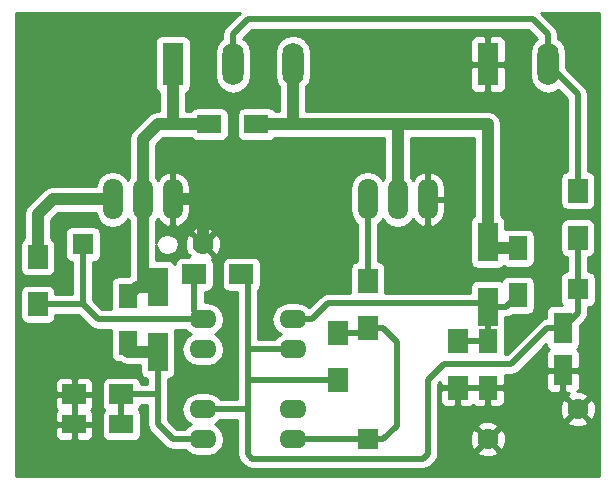
<source format=gbr>
G04 #@! TF.FileFunction,Copper,L2,Bot,Signal*
%FSLAX46Y46*%
G04 Gerber Fmt 4.6, Leading zero omitted, Abs format (unit mm)*
G04 Created by KiCad (PCBNEW 4.0.5+dfsg1-4) date Sun Apr 16 21:16:24 2017*
%MOMM*%
%LPD*%
G01*
G04 APERTURE LIST*
%ADD10C,0.100000*%
%ADD11R,2.000000X1.600000*%
%ADD12C,1.778000*%
%ADD13R,1.778000X1.778000*%
%ADD14R,1.800000X3.600000*%
%ADD15O,1.800000X3.600000*%
%ADD16R,1.600000X2.000000*%
%ADD17R,2.000000X1.700000*%
%ADD18R,1.700000X2.000000*%
%ADD19R,1.600000X2.600000*%
%ADD20O,1.699260X3.500120*%
%ADD21O,2.300000X1.600000*%
%ADD22R,1.699260X3.299460*%
%ADD23C,1.000000*%
%ADD24C,0.500000*%
%ADD25C,0.254000*%
G04 APERTURE END LIST*
D10*
D11*
X163290000Y-45720000D03*
X159290000Y-45720000D03*
D12*
X158750000Y-55880000D03*
D13*
X148590000Y-55880000D03*
D12*
X182880000Y-72390000D03*
D13*
X172720000Y-72390000D03*
D12*
X190500000Y-69850000D03*
D13*
X190500000Y-59690000D03*
D14*
X182880000Y-40640000D03*
D15*
X187960000Y-40640000D03*
D14*
X156210000Y-40640000D03*
D15*
X161290000Y-40640000D03*
X166370000Y-40640000D03*
D16*
X152400000Y-64230000D03*
X152400000Y-60230000D03*
D11*
X151860000Y-71120000D03*
X147860000Y-71120000D03*
D16*
X182880000Y-64040000D03*
X182880000Y-68040000D03*
X185420000Y-60209200D03*
X185420000Y-56209200D03*
D17*
X151860000Y-68580000D03*
X147860000Y-68580000D03*
D18*
X144780000Y-60960000D03*
X144780000Y-56960000D03*
X170180000Y-67405000D03*
X170180000Y-63405000D03*
D17*
X162020000Y-58420000D03*
X158020000Y-58420000D03*
D18*
X180340000Y-64040000D03*
X180340000Y-68040000D03*
X172720000Y-62960000D03*
X172720000Y-58960000D03*
X190500000Y-51340000D03*
X190500000Y-55340000D03*
D19*
X189230000Y-62970000D03*
X189230000Y-66570000D03*
D20*
X153670000Y-52070000D03*
X151130000Y-52070000D03*
X156210000Y-52070000D03*
D21*
X158750000Y-69850000D03*
X158750000Y-72390000D03*
X166370000Y-72390000D03*
X166370000Y-69850000D03*
X166370000Y-64770000D03*
X166370000Y-62230000D03*
X158750000Y-62230000D03*
X158750000Y-64770000D03*
D20*
X175260000Y-52070000D03*
X172720000Y-52070000D03*
X177800000Y-52070000D03*
D22*
X154940000Y-59479180D03*
X154940000Y-64980820D03*
X182880000Y-55669180D03*
X182880000Y-61170820D03*
D23*
X158750000Y-52760370D02*
X158750000Y-55880000D01*
X156210000Y-52070000D02*
X158059630Y-52070000D01*
X158059630Y-52070000D02*
X158750000Y-52760370D01*
D24*
X154940000Y-68580000D02*
X152400000Y-68580000D01*
X152400000Y-68580000D02*
X151860000Y-69120000D01*
X151860000Y-69120000D02*
X151860000Y-71120000D01*
X156210000Y-72390000D02*
X154940000Y-71120000D01*
X158750000Y-72390000D02*
X156210000Y-72390000D01*
X154940000Y-71120000D02*
X154940000Y-68580000D01*
D23*
X152420500Y-64980800D02*
X152400000Y-64960300D01*
X154940000Y-64980800D02*
X152420500Y-64980800D01*
D24*
X154940000Y-64980800D02*
X154940000Y-68580000D01*
D23*
X154940000Y-45720000D02*
X156210000Y-45720000D01*
X156210000Y-45720000D02*
X159290000Y-45720000D01*
X156210000Y-44649700D02*
X156210000Y-45720000D01*
X153670000Y-46990000D02*
X154940000Y-45720000D01*
X153670000Y-52070000D02*
X153670000Y-46990000D01*
X154940000Y-59479180D02*
X153150820Y-59479180D01*
X153150820Y-59479180D02*
X152400000Y-60230000D01*
X153670000Y-52070000D02*
X153670000Y-58960000D01*
X153670000Y-58960000D02*
X154200300Y-58960000D01*
X154719500Y-59479200D02*
X154940000Y-59479200D01*
X154200300Y-58960000D02*
X154719500Y-59479200D01*
X156210000Y-44649700D02*
X156210000Y-40640000D01*
D24*
X182880000Y-64040000D02*
X180340000Y-64040000D01*
X182880000Y-61170820D02*
X182880000Y-64040000D01*
X182880000Y-61170820D02*
X182581977Y-60872797D01*
X168020000Y-62230000D02*
X166370000Y-62230000D01*
X182581977Y-60872797D02*
X169377203Y-60872797D01*
X169377203Y-60872797D02*
X168020000Y-62230000D01*
X182880000Y-61170820D02*
X184458380Y-61170820D01*
X184458380Y-61170820D02*
X185420000Y-60209200D01*
D23*
X163290000Y-45720000D02*
X166370000Y-45720000D01*
X166370000Y-45720000D02*
X175260000Y-45720000D01*
X166370000Y-40640000D02*
X166370000Y-45720000D01*
X175260000Y-52070000D02*
X175260000Y-45720000D01*
X182880000Y-45720000D02*
X182880000Y-50800000D01*
X175260000Y-45720000D02*
X182880000Y-45720000D01*
X182880000Y-50800000D02*
X182880000Y-55669180D01*
X185420000Y-56209200D02*
X183420020Y-56209200D01*
X183420020Y-56209200D02*
X182880000Y-55669180D01*
D24*
X170180000Y-67405000D02*
X162560000Y-67405000D01*
X162560000Y-67405000D02*
X162560000Y-67310000D01*
X177800000Y-73660000D02*
X177430999Y-74029001D01*
X177430999Y-74029001D02*
X162929001Y-74029001D01*
X177800000Y-67379998D02*
X177800000Y-73660000D01*
X184860000Y-66040000D02*
X179139998Y-66040000D01*
X179139998Y-66040000D02*
X177800000Y-67379998D01*
X189230000Y-62970000D02*
X187930000Y-62970000D01*
X187930000Y-62970000D02*
X184860000Y-66040000D01*
X162560000Y-69850000D02*
X162560000Y-73660000D01*
X162560000Y-73660000D02*
X162929001Y-74029001D01*
X162560000Y-69850000D02*
X162560000Y-67310000D01*
X162560000Y-67310000D02*
X162560000Y-64770000D01*
X162655000Y-67405000D02*
X162560000Y-67310000D01*
X162560000Y-64770000D02*
X162560000Y-58960000D01*
X162560000Y-58960000D02*
X162020000Y-58420000D01*
X158750000Y-69850000D02*
X162560000Y-69850000D01*
X162560000Y-64770000D02*
X166370000Y-64770000D01*
X190500000Y-59690000D02*
X190500000Y-61700000D01*
X190500000Y-61700000D02*
X189230000Y-62970000D01*
X190500000Y-55340000D02*
X190500000Y-59690000D01*
X158020000Y-58420000D02*
X158020000Y-61500000D01*
X158020000Y-61500000D02*
X158750000Y-62230000D01*
X148590000Y-60960000D02*
X149860000Y-62230000D01*
X158750000Y-62230000D02*
X149860000Y-62230000D01*
X148590000Y-58420000D02*
X148590000Y-55880000D01*
X148590000Y-58420000D02*
X148590000Y-60960000D01*
X144780000Y-60960000D02*
X148590000Y-60960000D01*
X170180000Y-63405000D02*
X172275000Y-63405000D01*
X172275000Y-63405000D02*
X172720000Y-62960000D01*
X166370000Y-72390000D02*
X174045000Y-72390000D01*
X174045000Y-72390000D02*
X175170302Y-71264698D01*
X173990000Y-62960000D02*
X172720000Y-62960000D01*
X175170302Y-71264698D02*
X175170302Y-64140302D01*
X175170302Y-64140302D02*
X173990000Y-62960000D01*
X172720000Y-72390000D02*
X166370000Y-72390000D01*
X161290000Y-40640000D02*
X161290000Y-38100000D01*
X187960000Y-38100000D02*
X187960000Y-40640000D01*
X186690000Y-36830000D02*
X187960000Y-38100000D01*
X162560000Y-36830000D02*
X186690000Y-36830000D01*
X161290000Y-38100000D02*
X162560000Y-36830000D01*
X187960000Y-40640000D02*
X190500000Y-43180000D01*
X190500000Y-43180000D02*
X190500000Y-51340000D01*
D23*
X151130000Y-52070000D02*
X146050000Y-52070000D01*
X146050000Y-52070000D02*
X144780000Y-53340000D01*
X144780000Y-53340000D02*
X144780000Y-56960000D01*
D24*
X172720000Y-52070000D02*
X172720000Y-54610000D01*
X172720000Y-58960000D02*
X172720000Y-54610000D01*
D25*
G36*
X160664210Y-37474210D02*
X160472367Y-37761325D01*
X160472367Y-37761326D01*
X160404999Y-38100000D01*
X160405000Y-38100005D01*
X160405000Y-38472978D01*
X160204591Y-38606887D01*
X159871845Y-39104877D01*
X159755000Y-39692296D01*
X159755000Y-41587704D01*
X159871845Y-42175123D01*
X160204591Y-42673113D01*
X160702581Y-43005859D01*
X161290000Y-43122704D01*
X161877419Y-43005859D01*
X162375409Y-42673113D01*
X162708155Y-42175123D01*
X162825000Y-41587704D01*
X162825000Y-39692296D01*
X162708155Y-39104877D01*
X162375409Y-38606887D01*
X162175000Y-38472978D01*
X162175000Y-38466580D01*
X162926579Y-37715000D01*
X186323420Y-37715000D01*
X187075000Y-38466579D01*
X187075000Y-38472978D01*
X186874591Y-38606887D01*
X186541845Y-39104877D01*
X186425000Y-39692296D01*
X186425000Y-41587704D01*
X186541845Y-42175123D01*
X186874591Y-42673113D01*
X187372581Y-43005859D01*
X187960000Y-43122704D01*
X188547419Y-43005859D01*
X188863249Y-42794828D01*
X189615000Y-43546579D01*
X189615000Y-49699146D01*
X189414683Y-49736838D01*
X189198559Y-49875910D01*
X189053569Y-50088110D01*
X189002560Y-50340000D01*
X189002560Y-52340000D01*
X189046838Y-52575317D01*
X189185910Y-52791441D01*
X189398110Y-52936431D01*
X189650000Y-52987440D01*
X191350000Y-52987440D01*
X191585317Y-52943162D01*
X191801441Y-52804090D01*
X191946431Y-52591890D01*
X191997440Y-52340000D01*
X191997440Y-50340000D01*
X191953162Y-50104683D01*
X191814090Y-49888559D01*
X191601890Y-49743569D01*
X191385000Y-49699648D01*
X191385000Y-43180000D01*
X191317633Y-42841325D01*
X191125790Y-42554210D01*
X191125787Y-42554208D01*
X189495000Y-40923420D01*
X189495000Y-39692296D01*
X189378155Y-39104877D01*
X189045409Y-38606887D01*
X188845000Y-38472978D01*
X188845000Y-38100005D01*
X188845001Y-38100000D01*
X188777633Y-37761325D01*
X188746680Y-37715000D01*
X188585790Y-37474210D01*
X188585787Y-37474208D01*
X187381580Y-36270000D01*
X192330000Y-36270000D01*
X192330000Y-75490000D01*
X142950000Y-75490000D01*
X142950000Y-71405750D01*
X146225000Y-71405750D01*
X146225000Y-72046310D01*
X146321673Y-72279699D01*
X146500302Y-72458327D01*
X146733691Y-72555000D01*
X147574250Y-72555000D01*
X147733000Y-72396250D01*
X147733000Y-71247000D01*
X147987000Y-71247000D01*
X147987000Y-72396250D01*
X148145750Y-72555000D01*
X148986309Y-72555000D01*
X149219698Y-72458327D01*
X149398327Y-72279699D01*
X149495000Y-72046310D01*
X149495000Y-71405750D01*
X149336250Y-71247000D01*
X147987000Y-71247000D01*
X147733000Y-71247000D01*
X146383750Y-71247000D01*
X146225000Y-71405750D01*
X142950000Y-71405750D01*
X142950000Y-68865750D01*
X146225000Y-68865750D01*
X146225000Y-69556310D01*
X146321673Y-69789699D01*
X146406974Y-69875000D01*
X146321673Y-69960301D01*
X146225000Y-70193690D01*
X146225000Y-70834250D01*
X146383750Y-70993000D01*
X147733000Y-70993000D01*
X147733000Y-68707000D01*
X147987000Y-68707000D01*
X147987000Y-70993000D01*
X149336250Y-70993000D01*
X149495000Y-70834250D01*
X149495000Y-70193690D01*
X149398327Y-69960301D01*
X149313026Y-69875000D01*
X149398327Y-69789699D01*
X149495000Y-69556310D01*
X149495000Y-68865750D01*
X149336250Y-68707000D01*
X147987000Y-68707000D01*
X147733000Y-68707000D01*
X146383750Y-68707000D01*
X146225000Y-68865750D01*
X142950000Y-68865750D01*
X142950000Y-67603690D01*
X146225000Y-67603690D01*
X146225000Y-68294250D01*
X146383750Y-68453000D01*
X147733000Y-68453000D01*
X147733000Y-67253750D01*
X147987000Y-67253750D01*
X147987000Y-68453000D01*
X149336250Y-68453000D01*
X149495000Y-68294250D01*
X149495000Y-67603690D01*
X149398327Y-67370301D01*
X149219698Y-67191673D01*
X148986309Y-67095000D01*
X148145750Y-67095000D01*
X147987000Y-67253750D01*
X147733000Y-67253750D01*
X147574250Y-67095000D01*
X146733691Y-67095000D01*
X146500302Y-67191673D01*
X146321673Y-67370301D01*
X146225000Y-67603690D01*
X142950000Y-67603690D01*
X142950000Y-55960000D01*
X143282560Y-55960000D01*
X143282560Y-57960000D01*
X143326838Y-58195317D01*
X143465910Y-58411441D01*
X143678110Y-58556431D01*
X143930000Y-58607440D01*
X145630000Y-58607440D01*
X145865317Y-58563162D01*
X146081441Y-58424090D01*
X146226431Y-58211890D01*
X146277440Y-57960000D01*
X146277440Y-55960000D01*
X146233162Y-55724683D01*
X146094090Y-55508559D01*
X145915000Y-55386192D01*
X145915000Y-53810132D01*
X146520132Y-53205000D01*
X149682735Y-53205000D01*
X149758381Y-53585299D01*
X150080208Y-54066948D01*
X150561857Y-54388775D01*
X151130000Y-54501786D01*
X151698143Y-54388775D01*
X152179792Y-54066948D01*
X152400000Y-53737383D01*
X152535000Y-53939425D01*
X152535000Y-58551834D01*
X152489016Y-58582560D01*
X151600000Y-58582560D01*
X151364683Y-58626838D01*
X151148559Y-58765910D01*
X151003569Y-58978110D01*
X150952560Y-59230000D01*
X150952560Y-61230000D01*
X150974199Y-61345000D01*
X150226579Y-61345000D01*
X149475000Y-60593420D01*
X149475000Y-57416440D01*
X149479000Y-57416440D01*
X149714317Y-57372162D01*
X149930441Y-57233090D01*
X150075431Y-57020890D01*
X150126440Y-56769000D01*
X150126440Y-54991000D01*
X150082162Y-54755683D01*
X149943090Y-54539559D01*
X149730890Y-54394569D01*
X149479000Y-54343560D01*
X147701000Y-54343560D01*
X147465683Y-54387838D01*
X147249559Y-54526910D01*
X147104569Y-54739110D01*
X147053560Y-54991000D01*
X147053560Y-56769000D01*
X147097838Y-57004317D01*
X147236910Y-57220441D01*
X147449110Y-57365431D01*
X147701000Y-57416440D01*
X147705000Y-57416440D01*
X147705000Y-60075000D01*
X146277440Y-60075000D01*
X146277440Y-59960000D01*
X146233162Y-59724683D01*
X146094090Y-59508559D01*
X145881890Y-59363569D01*
X145630000Y-59312560D01*
X143930000Y-59312560D01*
X143694683Y-59356838D01*
X143478559Y-59495910D01*
X143333569Y-59708110D01*
X143282560Y-59960000D01*
X143282560Y-61960000D01*
X143326838Y-62195317D01*
X143465910Y-62411441D01*
X143678110Y-62556431D01*
X143930000Y-62607440D01*
X145630000Y-62607440D01*
X145865317Y-62563162D01*
X146081441Y-62424090D01*
X146226431Y-62211890D01*
X146277440Y-61960000D01*
X146277440Y-61845000D01*
X148223420Y-61845000D01*
X149234208Y-62855787D01*
X149234210Y-62855790D01*
X149509901Y-63040000D01*
X149521325Y-63047633D01*
X149860000Y-63115001D01*
X149860005Y-63115000D01*
X150975848Y-63115000D01*
X150952560Y-63230000D01*
X150952560Y-65230000D01*
X150996838Y-65465317D01*
X151135910Y-65681441D01*
X151348110Y-65826431D01*
X151600000Y-65877440D01*
X151758726Y-65877440D01*
X151986154Y-66029403D01*
X152420500Y-66115800D01*
X153442930Y-66115800D01*
X153442930Y-66630550D01*
X153487208Y-66865867D01*
X153626280Y-67081991D01*
X153838480Y-67226981D01*
X154055000Y-67270827D01*
X154055000Y-67695000D01*
X153500854Y-67695000D01*
X153463162Y-67494683D01*
X153324090Y-67278559D01*
X153111890Y-67133569D01*
X152860000Y-67082560D01*
X150860000Y-67082560D01*
X150624683Y-67126838D01*
X150408559Y-67265910D01*
X150263569Y-67478110D01*
X150212560Y-67730000D01*
X150212560Y-69430000D01*
X150256838Y-69665317D01*
X150393584Y-69877826D01*
X150263569Y-70068110D01*
X150212560Y-70320000D01*
X150212560Y-71920000D01*
X150256838Y-72155317D01*
X150395910Y-72371441D01*
X150608110Y-72516431D01*
X150860000Y-72567440D01*
X152860000Y-72567440D01*
X153095317Y-72523162D01*
X153311441Y-72384090D01*
X153456431Y-72171890D01*
X153507440Y-71920000D01*
X153507440Y-70320000D01*
X153463162Y-70084683D01*
X153326416Y-69872174D01*
X153456431Y-69681890D01*
X153500352Y-69465000D01*
X154055000Y-69465000D01*
X154055000Y-71119995D01*
X154054999Y-71120000D01*
X154094346Y-71317804D01*
X154122367Y-71458675D01*
X154205082Y-71582467D01*
X154314210Y-71745790D01*
X155584208Y-73015787D01*
X155584210Y-73015790D01*
X155856209Y-73197533D01*
X155871325Y-73207633D01*
X156210000Y-73275001D01*
X156210005Y-73275000D01*
X157263670Y-73275000D01*
X157350332Y-73404698D01*
X157815879Y-73715767D01*
X158365030Y-73825000D01*
X159134970Y-73825000D01*
X159684121Y-73715767D01*
X160149668Y-73404698D01*
X160460737Y-72939151D01*
X160569970Y-72390000D01*
X160460737Y-71840849D01*
X160149668Y-71375302D01*
X159767582Y-71120000D01*
X160149668Y-70864698D01*
X160236330Y-70735000D01*
X161675000Y-70735000D01*
X161675000Y-73659995D01*
X161674999Y-73660000D01*
X161717852Y-73875431D01*
X161742367Y-73998675D01*
X161934210Y-74285790D01*
X162303209Y-74654788D01*
X162303211Y-74654791D01*
X162590326Y-74846634D01*
X162929001Y-74914002D01*
X162929006Y-74914001D01*
X177430994Y-74914001D01*
X177430999Y-74914002D01*
X177713483Y-74857811D01*
X177769674Y-74846634D01*
X178056789Y-74654791D01*
X178056790Y-74654790D01*
X178425787Y-74285792D01*
X178425790Y-74285790D01*
X178617633Y-73998675D01*
X178632002Y-73926440D01*
X178685001Y-73660000D01*
X178685000Y-73659995D01*
X178685000Y-73462196D01*
X181987409Y-73462196D01*
X182072467Y-73717539D01*
X182641965Y-73925516D01*
X183247700Y-73899723D01*
X183687533Y-73717539D01*
X183772591Y-73462196D01*
X182880000Y-72569605D01*
X181987409Y-73462196D01*
X178685000Y-73462196D01*
X178685000Y-72151965D01*
X181344484Y-72151965D01*
X181370277Y-72757700D01*
X181552461Y-73197533D01*
X181807804Y-73282591D01*
X182700395Y-72390000D01*
X183059605Y-72390000D01*
X183952196Y-73282591D01*
X184207539Y-73197533D01*
X184415516Y-72628035D01*
X184389723Y-72022300D01*
X184207539Y-71582467D01*
X183952196Y-71497409D01*
X183059605Y-72390000D01*
X182700395Y-72390000D01*
X181807804Y-71497409D01*
X181552461Y-71582467D01*
X181344484Y-72151965D01*
X178685000Y-72151965D01*
X178685000Y-71317804D01*
X181987409Y-71317804D01*
X182880000Y-72210395D01*
X183772591Y-71317804D01*
X183687533Y-71062461D01*
X183303450Y-70922196D01*
X189607409Y-70922196D01*
X189692467Y-71177539D01*
X190261965Y-71385516D01*
X190867700Y-71359723D01*
X191307533Y-71177539D01*
X191392591Y-70922196D01*
X190500000Y-70029605D01*
X189607409Y-70922196D01*
X183303450Y-70922196D01*
X183118035Y-70854484D01*
X182512300Y-70880277D01*
X182072467Y-71062461D01*
X181987409Y-71317804D01*
X178685000Y-71317804D01*
X178685000Y-68325750D01*
X178855000Y-68325750D01*
X178855000Y-69166309D01*
X178951673Y-69399698D01*
X179130301Y-69578327D01*
X179363690Y-69675000D01*
X180054250Y-69675000D01*
X180213000Y-69516250D01*
X180213000Y-68167000D01*
X180467000Y-68167000D01*
X180467000Y-69516250D01*
X180625750Y-69675000D01*
X181316310Y-69675000D01*
X181549699Y-69578327D01*
X181635000Y-69493026D01*
X181720301Y-69578327D01*
X181953690Y-69675000D01*
X182594250Y-69675000D01*
X182753000Y-69516250D01*
X182753000Y-68167000D01*
X183007000Y-68167000D01*
X183007000Y-69516250D01*
X183165750Y-69675000D01*
X183806310Y-69675000D01*
X183958489Y-69611965D01*
X188964484Y-69611965D01*
X188990277Y-70217700D01*
X189172461Y-70657533D01*
X189427804Y-70742591D01*
X190320395Y-69850000D01*
X190679605Y-69850000D01*
X191572196Y-70742591D01*
X191827539Y-70657533D01*
X192035516Y-70088035D01*
X192009723Y-69482300D01*
X191827539Y-69042467D01*
X191572196Y-68957409D01*
X190679605Y-69850000D01*
X190320395Y-69850000D01*
X189427804Y-68957409D01*
X189172461Y-69042467D01*
X188964484Y-69611965D01*
X183958489Y-69611965D01*
X184039699Y-69578327D01*
X184218327Y-69399698D01*
X184315000Y-69166309D01*
X184315000Y-68325750D01*
X184156250Y-68167000D01*
X183007000Y-68167000D01*
X182753000Y-68167000D01*
X180467000Y-68167000D01*
X180213000Y-68167000D01*
X179013750Y-68167000D01*
X178855000Y-68325750D01*
X178685000Y-68325750D01*
X178685000Y-67746578D01*
X178855000Y-67576578D01*
X178855000Y-67754250D01*
X179013750Y-67913000D01*
X180213000Y-67913000D01*
X180213000Y-67893000D01*
X180467000Y-67893000D01*
X180467000Y-67913000D01*
X182753000Y-67913000D01*
X182753000Y-67893000D01*
X183007000Y-67893000D01*
X183007000Y-67913000D01*
X184156250Y-67913000D01*
X184315000Y-67754250D01*
X184315000Y-66925000D01*
X184859995Y-66925000D01*
X184860000Y-66925001D01*
X185157280Y-66865867D01*
X185198675Y-66857633D01*
X185201493Y-66855750D01*
X187795000Y-66855750D01*
X187795000Y-67996309D01*
X187891673Y-68229698D01*
X188070301Y-68408327D01*
X188303690Y-68505000D01*
X188944250Y-68505000D01*
X189103000Y-68346250D01*
X189103000Y-66697000D01*
X189357000Y-66697000D01*
X189357000Y-68346250D01*
X189515750Y-68505000D01*
X189734622Y-68505000D01*
X189692467Y-68522461D01*
X189607409Y-68777804D01*
X190500000Y-69670395D01*
X191392591Y-68777804D01*
X191307533Y-68522461D01*
X190738035Y-68314484D01*
X190472223Y-68325803D01*
X190568327Y-68229698D01*
X190665000Y-67996309D01*
X190665000Y-66855750D01*
X190506250Y-66697000D01*
X189357000Y-66697000D01*
X189103000Y-66697000D01*
X187953750Y-66697000D01*
X187795000Y-66855750D01*
X185201493Y-66855750D01*
X185485790Y-66665790D01*
X187798241Y-64353338D01*
X187826838Y-64505317D01*
X187965910Y-64721441D01*
X188034006Y-64767969D01*
X187891673Y-64910302D01*
X187795000Y-65143691D01*
X187795000Y-66284250D01*
X187953750Y-66443000D01*
X189103000Y-66443000D01*
X189103000Y-66423000D01*
X189357000Y-66423000D01*
X189357000Y-66443000D01*
X190506250Y-66443000D01*
X190665000Y-66284250D01*
X190665000Y-65143691D01*
X190568327Y-64910302D01*
X190427090Y-64769064D01*
X190481441Y-64734090D01*
X190626431Y-64521890D01*
X190677440Y-64270000D01*
X190677440Y-62774139D01*
X191125787Y-62325792D01*
X191125790Y-62325790D01*
X191317633Y-62038675D01*
X191349705Y-61877440D01*
X191385001Y-61700000D01*
X191385000Y-61699995D01*
X191385000Y-61226440D01*
X191389000Y-61226440D01*
X191624317Y-61182162D01*
X191840441Y-61043090D01*
X191985431Y-60830890D01*
X192036440Y-60579000D01*
X192036440Y-58801000D01*
X191992162Y-58565683D01*
X191853090Y-58349559D01*
X191640890Y-58204569D01*
X191389000Y-58153560D01*
X191385000Y-58153560D01*
X191385000Y-56980854D01*
X191585317Y-56943162D01*
X191801441Y-56804090D01*
X191946431Y-56591890D01*
X191997440Y-56340000D01*
X191997440Y-54340000D01*
X191953162Y-54104683D01*
X191814090Y-53888559D01*
X191601890Y-53743569D01*
X191350000Y-53692560D01*
X189650000Y-53692560D01*
X189414683Y-53736838D01*
X189198559Y-53875910D01*
X189053569Y-54088110D01*
X189002560Y-54340000D01*
X189002560Y-56340000D01*
X189046838Y-56575317D01*
X189185910Y-56791441D01*
X189398110Y-56936431D01*
X189615000Y-56980352D01*
X189615000Y-58153560D01*
X189611000Y-58153560D01*
X189375683Y-58197838D01*
X189159559Y-58336910D01*
X189014569Y-58549110D01*
X188963560Y-58801000D01*
X188963560Y-60579000D01*
X189007838Y-60814317D01*
X189141839Y-61022560D01*
X188430000Y-61022560D01*
X188194683Y-61066838D01*
X187978559Y-61205910D01*
X187833569Y-61418110D01*
X187782560Y-61670000D01*
X187782560Y-62114327D01*
X187647516Y-62141190D01*
X187591325Y-62152367D01*
X187304210Y-62344210D01*
X187304208Y-62344213D01*
X184493420Y-65155000D01*
X184304152Y-65155000D01*
X184327440Y-65040000D01*
X184327440Y-63065630D01*
X184377070Y-62820550D01*
X184377070Y-62055820D01*
X184458375Y-62055820D01*
X184458380Y-62055821D01*
X184740864Y-61999630D01*
X184797055Y-61988453D01*
X184994328Y-61856640D01*
X186220000Y-61856640D01*
X186455317Y-61812362D01*
X186671441Y-61673290D01*
X186816431Y-61461090D01*
X186867440Y-61209200D01*
X186867440Y-59209200D01*
X186823162Y-58973883D01*
X186684090Y-58757759D01*
X186471890Y-58612769D01*
X186220000Y-58561760D01*
X184620000Y-58561760D01*
X184384683Y-58606038D01*
X184168559Y-58745110D01*
X184025395Y-58954638D01*
X183981520Y-58924659D01*
X183729630Y-58873650D01*
X182030370Y-58873650D01*
X181795053Y-58917928D01*
X181578929Y-59057000D01*
X181433939Y-59269200D01*
X181382930Y-59521090D01*
X181382930Y-59987797D01*
X174211811Y-59987797D01*
X174217440Y-59960000D01*
X174217440Y-57960000D01*
X174173162Y-57724683D01*
X174034090Y-57508559D01*
X173821890Y-57363569D01*
X173605000Y-57319648D01*
X173605000Y-54177058D01*
X173769792Y-54066948D01*
X173990000Y-53737383D01*
X174210208Y-54066948D01*
X174691857Y-54388775D01*
X175260000Y-54501786D01*
X175828143Y-54388775D01*
X176309792Y-54066948D01*
X176535516Y-53729127D01*
X176840011Y-54110024D01*
X177349190Y-54390649D01*
X177443168Y-54411540D01*
X177673000Y-54290214D01*
X177673000Y-52197000D01*
X177927000Y-52197000D01*
X177927000Y-54290214D01*
X178156832Y-54411540D01*
X178250810Y-54390649D01*
X178759989Y-54110024D01*
X179123018Y-53655906D01*
X179284630Y-53097430D01*
X179284630Y-52197000D01*
X177927000Y-52197000D01*
X177673000Y-52197000D01*
X177653000Y-52197000D01*
X177653000Y-51943000D01*
X177673000Y-51943000D01*
X177673000Y-49849786D01*
X177927000Y-49849786D01*
X177927000Y-51943000D01*
X179284630Y-51943000D01*
X179284630Y-51042570D01*
X179123018Y-50484094D01*
X178759989Y-50029976D01*
X178250810Y-49749351D01*
X178156832Y-49728460D01*
X177927000Y-49849786D01*
X177673000Y-49849786D01*
X177443168Y-49728460D01*
X177349190Y-49749351D01*
X176840011Y-50029976D01*
X176535516Y-50410873D01*
X176395000Y-50200575D01*
X176395000Y-46855000D01*
X181745000Y-46855000D01*
X181745000Y-53448496D01*
X181578929Y-53555360D01*
X181433939Y-53767560D01*
X181382930Y-54019450D01*
X181382930Y-57318910D01*
X181427208Y-57554227D01*
X181566280Y-57770351D01*
X181778480Y-57915341D01*
X182030370Y-57966350D01*
X183729630Y-57966350D01*
X183964947Y-57922072D01*
X184181071Y-57783000D01*
X184230058Y-57711304D01*
X184368110Y-57805631D01*
X184620000Y-57856640D01*
X186220000Y-57856640D01*
X186455317Y-57812362D01*
X186671441Y-57673290D01*
X186816431Y-57461090D01*
X186867440Y-57209200D01*
X186867440Y-55209200D01*
X186823162Y-54973883D01*
X186684090Y-54757759D01*
X186471890Y-54612769D01*
X186220000Y-54561760D01*
X184620000Y-54561760D01*
X184384683Y-54606038D01*
X184377070Y-54610937D01*
X184377070Y-54019450D01*
X184332792Y-53784133D01*
X184193720Y-53568009D01*
X184015000Y-53445895D01*
X184015000Y-45720000D01*
X183928603Y-45285654D01*
X183682566Y-44917434D01*
X183314346Y-44671397D01*
X182880000Y-44585000D01*
X167505000Y-44585000D01*
X167505000Y-42598895D01*
X167788155Y-42175123D01*
X167905000Y-41587704D01*
X167905000Y-40925750D01*
X181345000Y-40925750D01*
X181345000Y-42566310D01*
X181441673Y-42799699D01*
X181620302Y-42978327D01*
X181853691Y-43075000D01*
X182594250Y-43075000D01*
X182753000Y-42916250D01*
X182753000Y-40767000D01*
X183007000Y-40767000D01*
X183007000Y-42916250D01*
X183165750Y-43075000D01*
X183906309Y-43075000D01*
X184139698Y-42978327D01*
X184318327Y-42799699D01*
X184415000Y-42566310D01*
X184415000Y-40925750D01*
X184256250Y-40767000D01*
X183007000Y-40767000D01*
X182753000Y-40767000D01*
X181503750Y-40767000D01*
X181345000Y-40925750D01*
X167905000Y-40925750D01*
X167905000Y-39692296D01*
X167788155Y-39104877D01*
X167526773Y-38713690D01*
X181345000Y-38713690D01*
X181345000Y-40354250D01*
X181503750Y-40513000D01*
X182753000Y-40513000D01*
X182753000Y-38363750D01*
X183007000Y-38363750D01*
X183007000Y-40513000D01*
X184256250Y-40513000D01*
X184415000Y-40354250D01*
X184415000Y-38713690D01*
X184318327Y-38480301D01*
X184139698Y-38301673D01*
X183906309Y-38205000D01*
X183165750Y-38205000D01*
X183007000Y-38363750D01*
X182753000Y-38363750D01*
X182594250Y-38205000D01*
X181853691Y-38205000D01*
X181620302Y-38301673D01*
X181441673Y-38480301D01*
X181345000Y-38713690D01*
X167526773Y-38713690D01*
X167455409Y-38606887D01*
X166957419Y-38274141D01*
X166370000Y-38157296D01*
X165782581Y-38274141D01*
X165284591Y-38606887D01*
X164951845Y-39104877D01*
X164835000Y-39692296D01*
X164835000Y-41587704D01*
X164951845Y-42175123D01*
X165235000Y-42598895D01*
X165235000Y-44585000D01*
X164829018Y-44585000D01*
X164754090Y-44468559D01*
X164541890Y-44323569D01*
X164290000Y-44272560D01*
X162290000Y-44272560D01*
X162054683Y-44316838D01*
X161838559Y-44455910D01*
X161693569Y-44668110D01*
X161642560Y-44920000D01*
X161642560Y-46520000D01*
X161686838Y-46755317D01*
X161825910Y-46971441D01*
X162038110Y-47116431D01*
X162290000Y-47167440D01*
X164290000Y-47167440D01*
X164525317Y-47123162D01*
X164741441Y-46984090D01*
X164829644Y-46855000D01*
X174125000Y-46855000D01*
X174125000Y-50200575D01*
X173990000Y-50402617D01*
X173769792Y-50073052D01*
X173288143Y-49751225D01*
X172720000Y-49638214D01*
X172151857Y-49751225D01*
X171670208Y-50073052D01*
X171348381Y-50554701D01*
X171235370Y-51122844D01*
X171235370Y-53017156D01*
X171348381Y-53585299D01*
X171670208Y-54066948D01*
X171835000Y-54177058D01*
X171835000Y-57319146D01*
X171634683Y-57356838D01*
X171418559Y-57495910D01*
X171273569Y-57708110D01*
X171222560Y-57960000D01*
X171222560Y-59960000D01*
X171227790Y-59987797D01*
X169377208Y-59987797D01*
X169377203Y-59987796D01*
X169094719Y-60043987D01*
X169038528Y-60055164D01*
X168751413Y-60247007D01*
X168751411Y-60247010D01*
X167775055Y-61223365D01*
X167769668Y-61215302D01*
X167304121Y-60904233D01*
X166754970Y-60795000D01*
X165985030Y-60795000D01*
X165435879Y-60904233D01*
X164970332Y-61215302D01*
X164659263Y-61680849D01*
X164550030Y-62230000D01*
X164659263Y-62779151D01*
X164970332Y-63244698D01*
X165352418Y-63500000D01*
X164970332Y-63755302D01*
X164883670Y-63885000D01*
X163445000Y-63885000D01*
X163445000Y-59751104D01*
X163471441Y-59734090D01*
X163616431Y-59521890D01*
X163667440Y-59270000D01*
X163667440Y-57570000D01*
X163623162Y-57334683D01*
X163484090Y-57118559D01*
X163271890Y-56973569D01*
X163020000Y-56922560D01*
X161020000Y-56922560D01*
X160784683Y-56966838D01*
X160568559Y-57105910D01*
X160423569Y-57318110D01*
X160372560Y-57570000D01*
X160372560Y-59270000D01*
X160416838Y-59505317D01*
X160555910Y-59721441D01*
X160768110Y-59866431D01*
X161020000Y-59917440D01*
X161675000Y-59917440D01*
X161675000Y-67309995D01*
X161674999Y-67310000D01*
X161675000Y-67310005D01*
X161675000Y-68965000D01*
X160236330Y-68965000D01*
X160149668Y-68835302D01*
X159684121Y-68524233D01*
X159134970Y-68415000D01*
X158365030Y-68415000D01*
X157815879Y-68524233D01*
X157350332Y-68835302D01*
X157039263Y-69300849D01*
X156930030Y-69850000D01*
X157039263Y-70399151D01*
X157350332Y-70864698D01*
X157732418Y-71120000D01*
X157350332Y-71375302D01*
X157263670Y-71505000D01*
X156576579Y-71505000D01*
X155825000Y-70753420D01*
X155825000Y-67271335D01*
X156024947Y-67233712D01*
X156241071Y-67094640D01*
X156386061Y-66882440D01*
X156437070Y-66630550D01*
X156437070Y-63331090D01*
X156396410Y-63115000D01*
X157263670Y-63115000D01*
X157350332Y-63244698D01*
X157732418Y-63500000D01*
X157350332Y-63755302D01*
X157039263Y-64220849D01*
X156930030Y-64770000D01*
X157039263Y-65319151D01*
X157350332Y-65784698D01*
X157815879Y-66095767D01*
X158365030Y-66205000D01*
X159134970Y-66205000D01*
X159684121Y-66095767D01*
X160149668Y-65784698D01*
X160460737Y-65319151D01*
X160569970Y-64770000D01*
X160460737Y-64220849D01*
X160149668Y-63755302D01*
X159767582Y-63500000D01*
X160149668Y-63244698D01*
X160460737Y-62779151D01*
X160569970Y-62230000D01*
X160460737Y-61680849D01*
X160149668Y-61215302D01*
X159684121Y-60904233D01*
X159134970Y-60795000D01*
X158905000Y-60795000D01*
X158905000Y-59917440D01*
X159020000Y-59917440D01*
X159255317Y-59873162D01*
X159471441Y-59734090D01*
X159616431Y-59521890D01*
X159667440Y-59270000D01*
X159667440Y-57570000D01*
X159623162Y-57334683D01*
X159544753Y-57212832D01*
X159557533Y-57207539D01*
X159642591Y-56952196D01*
X158750000Y-56059605D01*
X158735858Y-56073748D01*
X158556253Y-55894143D01*
X158570395Y-55880000D01*
X158929605Y-55880000D01*
X159822196Y-56772591D01*
X160077539Y-56687533D01*
X160285516Y-56118035D01*
X160259723Y-55512300D01*
X160077539Y-55072467D01*
X159822196Y-54987409D01*
X158929605Y-55880000D01*
X158570395Y-55880000D01*
X157677804Y-54987409D01*
X157422461Y-55072467D01*
X157214484Y-55641965D01*
X157240277Y-56247700D01*
X157422461Y-56687533D01*
X157677802Y-56772590D01*
X157563212Y-56887180D01*
X157598592Y-56922560D01*
X157020000Y-56922560D01*
X156784683Y-56966838D01*
X156568559Y-57105910D01*
X156423569Y-57318110D01*
X156373686Y-57564441D01*
X156253720Y-57378009D01*
X156041520Y-57233019D01*
X155789630Y-57182010D01*
X154805000Y-57182010D01*
X154805000Y-55980546D01*
X154852367Y-56218675D01*
X155044210Y-56505790D01*
X155331325Y-56697633D01*
X155670000Y-56765000D01*
X155820000Y-56765000D01*
X156158675Y-56697633D01*
X156445790Y-56505790D01*
X156637633Y-56218675D01*
X156705000Y-55880000D01*
X156637633Y-55541325D01*
X156445790Y-55254210D01*
X156158675Y-55062367D01*
X155820000Y-54995000D01*
X155670000Y-54995000D01*
X155331325Y-55062367D01*
X155044210Y-55254210D01*
X154852367Y-55541325D01*
X154805000Y-55779454D01*
X154805000Y-54807804D01*
X157857409Y-54807804D01*
X158750000Y-55700395D01*
X159642591Y-54807804D01*
X159557533Y-54552461D01*
X158988035Y-54344484D01*
X158382300Y-54370277D01*
X157942467Y-54552461D01*
X157857409Y-54807804D01*
X154805000Y-54807804D01*
X154805000Y-53939425D01*
X154945516Y-53729127D01*
X155250011Y-54110024D01*
X155759190Y-54390649D01*
X155853168Y-54411540D01*
X156083000Y-54290214D01*
X156083000Y-52197000D01*
X156337000Y-52197000D01*
X156337000Y-54290214D01*
X156566832Y-54411540D01*
X156660810Y-54390649D01*
X157169989Y-54110024D01*
X157533018Y-53655906D01*
X157694630Y-53097430D01*
X157694630Y-52197000D01*
X156337000Y-52197000D01*
X156083000Y-52197000D01*
X156063000Y-52197000D01*
X156063000Y-51943000D01*
X156083000Y-51943000D01*
X156083000Y-49849786D01*
X156337000Y-49849786D01*
X156337000Y-51943000D01*
X157694630Y-51943000D01*
X157694630Y-51042570D01*
X157533018Y-50484094D01*
X157169989Y-50029976D01*
X156660810Y-49749351D01*
X156566832Y-49728460D01*
X156337000Y-49849786D01*
X156083000Y-49849786D01*
X155853168Y-49728460D01*
X155759190Y-49749351D01*
X155250011Y-50029976D01*
X154945516Y-50410873D01*
X154805000Y-50200575D01*
X154805000Y-47460132D01*
X155410132Y-46855000D01*
X157750982Y-46855000D01*
X157825910Y-46971441D01*
X158038110Y-47116431D01*
X158290000Y-47167440D01*
X160290000Y-47167440D01*
X160525317Y-47123162D01*
X160741441Y-46984090D01*
X160886431Y-46771890D01*
X160937440Y-46520000D01*
X160937440Y-44920000D01*
X160893162Y-44684683D01*
X160754090Y-44468559D01*
X160541890Y-44323569D01*
X160290000Y-44272560D01*
X158290000Y-44272560D01*
X158054683Y-44316838D01*
X157838559Y-44455910D01*
X157750356Y-44585000D01*
X157345000Y-44585000D01*
X157345000Y-43043222D01*
X157345317Y-43043162D01*
X157561441Y-42904090D01*
X157706431Y-42691890D01*
X157757440Y-42440000D01*
X157757440Y-38840000D01*
X157713162Y-38604683D01*
X157574090Y-38388559D01*
X157361890Y-38243569D01*
X157110000Y-38192560D01*
X155310000Y-38192560D01*
X155074683Y-38236838D01*
X154858559Y-38375910D01*
X154713569Y-38588110D01*
X154662560Y-38840000D01*
X154662560Y-42440000D01*
X154706838Y-42675317D01*
X154845910Y-42891441D01*
X155058110Y-43036431D01*
X155075000Y-43039851D01*
X155075000Y-44585000D01*
X154940000Y-44585000D01*
X154505654Y-44671397D01*
X154137434Y-44917434D01*
X152867434Y-46187434D01*
X152621397Y-46555654D01*
X152535000Y-46990000D01*
X152535000Y-50200575D01*
X152400000Y-50402617D01*
X152179792Y-50073052D01*
X151698143Y-49751225D01*
X151130000Y-49638214D01*
X150561857Y-49751225D01*
X150080208Y-50073052D01*
X149758381Y-50554701D01*
X149682735Y-50935000D01*
X146050000Y-50935000D01*
X145615654Y-51021397D01*
X145370805Y-51185000D01*
X145247434Y-51267434D01*
X143977434Y-52537434D01*
X143731397Y-52905654D01*
X143645000Y-53340000D01*
X143645000Y-55388808D01*
X143478559Y-55495910D01*
X143333569Y-55708110D01*
X143282560Y-55960000D01*
X142950000Y-55960000D01*
X142950000Y-36270000D01*
X161868421Y-36270000D01*
X160664210Y-37474210D01*
X160664210Y-37474210D01*
G37*
X160664210Y-37474210D02*
X160472367Y-37761325D01*
X160472367Y-37761326D01*
X160404999Y-38100000D01*
X160405000Y-38100005D01*
X160405000Y-38472978D01*
X160204591Y-38606887D01*
X159871845Y-39104877D01*
X159755000Y-39692296D01*
X159755000Y-41587704D01*
X159871845Y-42175123D01*
X160204591Y-42673113D01*
X160702581Y-43005859D01*
X161290000Y-43122704D01*
X161877419Y-43005859D01*
X162375409Y-42673113D01*
X162708155Y-42175123D01*
X162825000Y-41587704D01*
X162825000Y-39692296D01*
X162708155Y-39104877D01*
X162375409Y-38606887D01*
X162175000Y-38472978D01*
X162175000Y-38466580D01*
X162926579Y-37715000D01*
X186323420Y-37715000D01*
X187075000Y-38466579D01*
X187075000Y-38472978D01*
X186874591Y-38606887D01*
X186541845Y-39104877D01*
X186425000Y-39692296D01*
X186425000Y-41587704D01*
X186541845Y-42175123D01*
X186874591Y-42673113D01*
X187372581Y-43005859D01*
X187960000Y-43122704D01*
X188547419Y-43005859D01*
X188863249Y-42794828D01*
X189615000Y-43546579D01*
X189615000Y-49699146D01*
X189414683Y-49736838D01*
X189198559Y-49875910D01*
X189053569Y-50088110D01*
X189002560Y-50340000D01*
X189002560Y-52340000D01*
X189046838Y-52575317D01*
X189185910Y-52791441D01*
X189398110Y-52936431D01*
X189650000Y-52987440D01*
X191350000Y-52987440D01*
X191585317Y-52943162D01*
X191801441Y-52804090D01*
X191946431Y-52591890D01*
X191997440Y-52340000D01*
X191997440Y-50340000D01*
X191953162Y-50104683D01*
X191814090Y-49888559D01*
X191601890Y-49743569D01*
X191385000Y-49699648D01*
X191385000Y-43180000D01*
X191317633Y-42841325D01*
X191125790Y-42554210D01*
X191125787Y-42554208D01*
X189495000Y-40923420D01*
X189495000Y-39692296D01*
X189378155Y-39104877D01*
X189045409Y-38606887D01*
X188845000Y-38472978D01*
X188845000Y-38100005D01*
X188845001Y-38100000D01*
X188777633Y-37761325D01*
X188746680Y-37715000D01*
X188585790Y-37474210D01*
X188585787Y-37474208D01*
X187381580Y-36270000D01*
X192330000Y-36270000D01*
X192330000Y-75490000D01*
X142950000Y-75490000D01*
X142950000Y-71405750D01*
X146225000Y-71405750D01*
X146225000Y-72046310D01*
X146321673Y-72279699D01*
X146500302Y-72458327D01*
X146733691Y-72555000D01*
X147574250Y-72555000D01*
X147733000Y-72396250D01*
X147733000Y-71247000D01*
X147987000Y-71247000D01*
X147987000Y-72396250D01*
X148145750Y-72555000D01*
X148986309Y-72555000D01*
X149219698Y-72458327D01*
X149398327Y-72279699D01*
X149495000Y-72046310D01*
X149495000Y-71405750D01*
X149336250Y-71247000D01*
X147987000Y-71247000D01*
X147733000Y-71247000D01*
X146383750Y-71247000D01*
X146225000Y-71405750D01*
X142950000Y-71405750D01*
X142950000Y-68865750D01*
X146225000Y-68865750D01*
X146225000Y-69556310D01*
X146321673Y-69789699D01*
X146406974Y-69875000D01*
X146321673Y-69960301D01*
X146225000Y-70193690D01*
X146225000Y-70834250D01*
X146383750Y-70993000D01*
X147733000Y-70993000D01*
X147733000Y-68707000D01*
X147987000Y-68707000D01*
X147987000Y-70993000D01*
X149336250Y-70993000D01*
X149495000Y-70834250D01*
X149495000Y-70193690D01*
X149398327Y-69960301D01*
X149313026Y-69875000D01*
X149398327Y-69789699D01*
X149495000Y-69556310D01*
X149495000Y-68865750D01*
X149336250Y-68707000D01*
X147987000Y-68707000D01*
X147733000Y-68707000D01*
X146383750Y-68707000D01*
X146225000Y-68865750D01*
X142950000Y-68865750D01*
X142950000Y-67603690D01*
X146225000Y-67603690D01*
X146225000Y-68294250D01*
X146383750Y-68453000D01*
X147733000Y-68453000D01*
X147733000Y-67253750D01*
X147987000Y-67253750D01*
X147987000Y-68453000D01*
X149336250Y-68453000D01*
X149495000Y-68294250D01*
X149495000Y-67603690D01*
X149398327Y-67370301D01*
X149219698Y-67191673D01*
X148986309Y-67095000D01*
X148145750Y-67095000D01*
X147987000Y-67253750D01*
X147733000Y-67253750D01*
X147574250Y-67095000D01*
X146733691Y-67095000D01*
X146500302Y-67191673D01*
X146321673Y-67370301D01*
X146225000Y-67603690D01*
X142950000Y-67603690D01*
X142950000Y-55960000D01*
X143282560Y-55960000D01*
X143282560Y-57960000D01*
X143326838Y-58195317D01*
X143465910Y-58411441D01*
X143678110Y-58556431D01*
X143930000Y-58607440D01*
X145630000Y-58607440D01*
X145865317Y-58563162D01*
X146081441Y-58424090D01*
X146226431Y-58211890D01*
X146277440Y-57960000D01*
X146277440Y-55960000D01*
X146233162Y-55724683D01*
X146094090Y-55508559D01*
X145915000Y-55386192D01*
X145915000Y-53810132D01*
X146520132Y-53205000D01*
X149682735Y-53205000D01*
X149758381Y-53585299D01*
X150080208Y-54066948D01*
X150561857Y-54388775D01*
X151130000Y-54501786D01*
X151698143Y-54388775D01*
X152179792Y-54066948D01*
X152400000Y-53737383D01*
X152535000Y-53939425D01*
X152535000Y-58551834D01*
X152489016Y-58582560D01*
X151600000Y-58582560D01*
X151364683Y-58626838D01*
X151148559Y-58765910D01*
X151003569Y-58978110D01*
X150952560Y-59230000D01*
X150952560Y-61230000D01*
X150974199Y-61345000D01*
X150226579Y-61345000D01*
X149475000Y-60593420D01*
X149475000Y-57416440D01*
X149479000Y-57416440D01*
X149714317Y-57372162D01*
X149930441Y-57233090D01*
X150075431Y-57020890D01*
X150126440Y-56769000D01*
X150126440Y-54991000D01*
X150082162Y-54755683D01*
X149943090Y-54539559D01*
X149730890Y-54394569D01*
X149479000Y-54343560D01*
X147701000Y-54343560D01*
X147465683Y-54387838D01*
X147249559Y-54526910D01*
X147104569Y-54739110D01*
X147053560Y-54991000D01*
X147053560Y-56769000D01*
X147097838Y-57004317D01*
X147236910Y-57220441D01*
X147449110Y-57365431D01*
X147701000Y-57416440D01*
X147705000Y-57416440D01*
X147705000Y-60075000D01*
X146277440Y-60075000D01*
X146277440Y-59960000D01*
X146233162Y-59724683D01*
X146094090Y-59508559D01*
X145881890Y-59363569D01*
X145630000Y-59312560D01*
X143930000Y-59312560D01*
X143694683Y-59356838D01*
X143478559Y-59495910D01*
X143333569Y-59708110D01*
X143282560Y-59960000D01*
X143282560Y-61960000D01*
X143326838Y-62195317D01*
X143465910Y-62411441D01*
X143678110Y-62556431D01*
X143930000Y-62607440D01*
X145630000Y-62607440D01*
X145865317Y-62563162D01*
X146081441Y-62424090D01*
X146226431Y-62211890D01*
X146277440Y-61960000D01*
X146277440Y-61845000D01*
X148223420Y-61845000D01*
X149234208Y-62855787D01*
X149234210Y-62855790D01*
X149509901Y-63040000D01*
X149521325Y-63047633D01*
X149860000Y-63115001D01*
X149860005Y-63115000D01*
X150975848Y-63115000D01*
X150952560Y-63230000D01*
X150952560Y-65230000D01*
X150996838Y-65465317D01*
X151135910Y-65681441D01*
X151348110Y-65826431D01*
X151600000Y-65877440D01*
X151758726Y-65877440D01*
X151986154Y-66029403D01*
X152420500Y-66115800D01*
X153442930Y-66115800D01*
X153442930Y-66630550D01*
X153487208Y-66865867D01*
X153626280Y-67081991D01*
X153838480Y-67226981D01*
X154055000Y-67270827D01*
X154055000Y-67695000D01*
X153500854Y-67695000D01*
X153463162Y-67494683D01*
X153324090Y-67278559D01*
X153111890Y-67133569D01*
X152860000Y-67082560D01*
X150860000Y-67082560D01*
X150624683Y-67126838D01*
X150408559Y-67265910D01*
X150263569Y-67478110D01*
X150212560Y-67730000D01*
X150212560Y-69430000D01*
X150256838Y-69665317D01*
X150393584Y-69877826D01*
X150263569Y-70068110D01*
X150212560Y-70320000D01*
X150212560Y-71920000D01*
X150256838Y-72155317D01*
X150395910Y-72371441D01*
X150608110Y-72516431D01*
X150860000Y-72567440D01*
X152860000Y-72567440D01*
X153095317Y-72523162D01*
X153311441Y-72384090D01*
X153456431Y-72171890D01*
X153507440Y-71920000D01*
X153507440Y-70320000D01*
X153463162Y-70084683D01*
X153326416Y-69872174D01*
X153456431Y-69681890D01*
X153500352Y-69465000D01*
X154055000Y-69465000D01*
X154055000Y-71119995D01*
X154054999Y-71120000D01*
X154094346Y-71317804D01*
X154122367Y-71458675D01*
X154205082Y-71582467D01*
X154314210Y-71745790D01*
X155584208Y-73015787D01*
X155584210Y-73015790D01*
X155856209Y-73197533D01*
X155871325Y-73207633D01*
X156210000Y-73275001D01*
X156210005Y-73275000D01*
X157263670Y-73275000D01*
X157350332Y-73404698D01*
X157815879Y-73715767D01*
X158365030Y-73825000D01*
X159134970Y-73825000D01*
X159684121Y-73715767D01*
X160149668Y-73404698D01*
X160460737Y-72939151D01*
X160569970Y-72390000D01*
X160460737Y-71840849D01*
X160149668Y-71375302D01*
X159767582Y-71120000D01*
X160149668Y-70864698D01*
X160236330Y-70735000D01*
X161675000Y-70735000D01*
X161675000Y-73659995D01*
X161674999Y-73660000D01*
X161717852Y-73875431D01*
X161742367Y-73998675D01*
X161934210Y-74285790D01*
X162303209Y-74654788D01*
X162303211Y-74654791D01*
X162590326Y-74846634D01*
X162929001Y-74914002D01*
X162929006Y-74914001D01*
X177430994Y-74914001D01*
X177430999Y-74914002D01*
X177713483Y-74857811D01*
X177769674Y-74846634D01*
X178056789Y-74654791D01*
X178056790Y-74654790D01*
X178425787Y-74285792D01*
X178425790Y-74285790D01*
X178617633Y-73998675D01*
X178632002Y-73926440D01*
X178685001Y-73660000D01*
X178685000Y-73659995D01*
X178685000Y-73462196D01*
X181987409Y-73462196D01*
X182072467Y-73717539D01*
X182641965Y-73925516D01*
X183247700Y-73899723D01*
X183687533Y-73717539D01*
X183772591Y-73462196D01*
X182880000Y-72569605D01*
X181987409Y-73462196D01*
X178685000Y-73462196D01*
X178685000Y-72151965D01*
X181344484Y-72151965D01*
X181370277Y-72757700D01*
X181552461Y-73197533D01*
X181807804Y-73282591D01*
X182700395Y-72390000D01*
X183059605Y-72390000D01*
X183952196Y-73282591D01*
X184207539Y-73197533D01*
X184415516Y-72628035D01*
X184389723Y-72022300D01*
X184207539Y-71582467D01*
X183952196Y-71497409D01*
X183059605Y-72390000D01*
X182700395Y-72390000D01*
X181807804Y-71497409D01*
X181552461Y-71582467D01*
X181344484Y-72151965D01*
X178685000Y-72151965D01*
X178685000Y-71317804D01*
X181987409Y-71317804D01*
X182880000Y-72210395D01*
X183772591Y-71317804D01*
X183687533Y-71062461D01*
X183303450Y-70922196D01*
X189607409Y-70922196D01*
X189692467Y-71177539D01*
X190261965Y-71385516D01*
X190867700Y-71359723D01*
X191307533Y-71177539D01*
X191392591Y-70922196D01*
X190500000Y-70029605D01*
X189607409Y-70922196D01*
X183303450Y-70922196D01*
X183118035Y-70854484D01*
X182512300Y-70880277D01*
X182072467Y-71062461D01*
X181987409Y-71317804D01*
X178685000Y-71317804D01*
X178685000Y-68325750D01*
X178855000Y-68325750D01*
X178855000Y-69166309D01*
X178951673Y-69399698D01*
X179130301Y-69578327D01*
X179363690Y-69675000D01*
X180054250Y-69675000D01*
X180213000Y-69516250D01*
X180213000Y-68167000D01*
X180467000Y-68167000D01*
X180467000Y-69516250D01*
X180625750Y-69675000D01*
X181316310Y-69675000D01*
X181549699Y-69578327D01*
X181635000Y-69493026D01*
X181720301Y-69578327D01*
X181953690Y-69675000D01*
X182594250Y-69675000D01*
X182753000Y-69516250D01*
X182753000Y-68167000D01*
X183007000Y-68167000D01*
X183007000Y-69516250D01*
X183165750Y-69675000D01*
X183806310Y-69675000D01*
X183958489Y-69611965D01*
X188964484Y-69611965D01*
X188990277Y-70217700D01*
X189172461Y-70657533D01*
X189427804Y-70742591D01*
X190320395Y-69850000D01*
X190679605Y-69850000D01*
X191572196Y-70742591D01*
X191827539Y-70657533D01*
X192035516Y-70088035D01*
X192009723Y-69482300D01*
X191827539Y-69042467D01*
X191572196Y-68957409D01*
X190679605Y-69850000D01*
X190320395Y-69850000D01*
X189427804Y-68957409D01*
X189172461Y-69042467D01*
X188964484Y-69611965D01*
X183958489Y-69611965D01*
X184039699Y-69578327D01*
X184218327Y-69399698D01*
X184315000Y-69166309D01*
X184315000Y-68325750D01*
X184156250Y-68167000D01*
X183007000Y-68167000D01*
X182753000Y-68167000D01*
X180467000Y-68167000D01*
X180213000Y-68167000D01*
X179013750Y-68167000D01*
X178855000Y-68325750D01*
X178685000Y-68325750D01*
X178685000Y-67746578D01*
X178855000Y-67576578D01*
X178855000Y-67754250D01*
X179013750Y-67913000D01*
X180213000Y-67913000D01*
X180213000Y-67893000D01*
X180467000Y-67893000D01*
X180467000Y-67913000D01*
X182753000Y-67913000D01*
X182753000Y-67893000D01*
X183007000Y-67893000D01*
X183007000Y-67913000D01*
X184156250Y-67913000D01*
X184315000Y-67754250D01*
X184315000Y-66925000D01*
X184859995Y-66925000D01*
X184860000Y-66925001D01*
X185157280Y-66865867D01*
X185198675Y-66857633D01*
X185201493Y-66855750D01*
X187795000Y-66855750D01*
X187795000Y-67996309D01*
X187891673Y-68229698D01*
X188070301Y-68408327D01*
X188303690Y-68505000D01*
X188944250Y-68505000D01*
X189103000Y-68346250D01*
X189103000Y-66697000D01*
X189357000Y-66697000D01*
X189357000Y-68346250D01*
X189515750Y-68505000D01*
X189734622Y-68505000D01*
X189692467Y-68522461D01*
X189607409Y-68777804D01*
X190500000Y-69670395D01*
X191392591Y-68777804D01*
X191307533Y-68522461D01*
X190738035Y-68314484D01*
X190472223Y-68325803D01*
X190568327Y-68229698D01*
X190665000Y-67996309D01*
X190665000Y-66855750D01*
X190506250Y-66697000D01*
X189357000Y-66697000D01*
X189103000Y-66697000D01*
X187953750Y-66697000D01*
X187795000Y-66855750D01*
X185201493Y-66855750D01*
X185485790Y-66665790D01*
X187798241Y-64353338D01*
X187826838Y-64505317D01*
X187965910Y-64721441D01*
X188034006Y-64767969D01*
X187891673Y-64910302D01*
X187795000Y-65143691D01*
X187795000Y-66284250D01*
X187953750Y-66443000D01*
X189103000Y-66443000D01*
X189103000Y-66423000D01*
X189357000Y-66423000D01*
X189357000Y-66443000D01*
X190506250Y-66443000D01*
X190665000Y-66284250D01*
X190665000Y-65143691D01*
X190568327Y-64910302D01*
X190427090Y-64769064D01*
X190481441Y-64734090D01*
X190626431Y-64521890D01*
X190677440Y-64270000D01*
X190677440Y-62774139D01*
X191125787Y-62325792D01*
X191125790Y-62325790D01*
X191317633Y-62038675D01*
X191349705Y-61877440D01*
X191385001Y-61700000D01*
X191385000Y-61699995D01*
X191385000Y-61226440D01*
X191389000Y-61226440D01*
X191624317Y-61182162D01*
X191840441Y-61043090D01*
X191985431Y-60830890D01*
X192036440Y-60579000D01*
X192036440Y-58801000D01*
X191992162Y-58565683D01*
X191853090Y-58349559D01*
X191640890Y-58204569D01*
X191389000Y-58153560D01*
X191385000Y-58153560D01*
X191385000Y-56980854D01*
X191585317Y-56943162D01*
X191801441Y-56804090D01*
X191946431Y-56591890D01*
X191997440Y-56340000D01*
X191997440Y-54340000D01*
X191953162Y-54104683D01*
X191814090Y-53888559D01*
X191601890Y-53743569D01*
X191350000Y-53692560D01*
X189650000Y-53692560D01*
X189414683Y-53736838D01*
X189198559Y-53875910D01*
X189053569Y-54088110D01*
X189002560Y-54340000D01*
X189002560Y-56340000D01*
X189046838Y-56575317D01*
X189185910Y-56791441D01*
X189398110Y-56936431D01*
X189615000Y-56980352D01*
X189615000Y-58153560D01*
X189611000Y-58153560D01*
X189375683Y-58197838D01*
X189159559Y-58336910D01*
X189014569Y-58549110D01*
X188963560Y-58801000D01*
X188963560Y-60579000D01*
X189007838Y-60814317D01*
X189141839Y-61022560D01*
X188430000Y-61022560D01*
X188194683Y-61066838D01*
X187978559Y-61205910D01*
X187833569Y-61418110D01*
X187782560Y-61670000D01*
X187782560Y-62114327D01*
X187647516Y-62141190D01*
X187591325Y-62152367D01*
X187304210Y-62344210D01*
X187304208Y-62344213D01*
X184493420Y-65155000D01*
X184304152Y-65155000D01*
X184327440Y-65040000D01*
X184327440Y-63065630D01*
X184377070Y-62820550D01*
X184377070Y-62055820D01*
X184458375Y-62055820D01*
X184458380Y-62055821D01*
X184740864Y-61999630D01*
X184797055Y-61988453D01*
X184994328Y-61856640D01*
X186220000Y-61856640D01*
X186455317Y-61812362D01*
X186671441Y-61673290D01*
X186816431Y-61461090D01*
X186867440Y-61209200D01*
X186867440Y-59209200D01*
X186823162Y-58973883D01*
X186684090Y-58757759D01*
X186471890Y-58612769D01*
X186220000Y-58561760D01*
X184620000Y-58561760D01*
X184384683Y-58606038D01*
X184168559Y-58745110D01*
X184025395Y-58954638D01*
X183981520Y-58924659D01*
X183729630Y-58873650D01*
X182030370Y-58873650D01*
X181795053Y-58917928D01*
X181578929Y-59057000D01*
X181433939Y-59269200D01*
X181382930Y-59521090D01*
X181382930Y-59987797D01*
X174211811Y-59987797D01*
X174217440Y-59960000D01*
X174217440Y-57960000D01*
X174173162Y-57724683D01*
X174034090Y-57508559D01*
X173821890Y-57363569D01*
X173605000Y-57319648D01*
X173605000Y-54177058D01*
X173769792Y-54066948D01*
X173990000Y-53737383D01*
X174210208Y-54066948D01*
X174691857Y-54388775D01*
X175260000Y-54501786D01*
X175828143Y-54388775D01*
X176309792Y-54066948D01*
X176535516Y-53729127D01*
X176840011Y-54110024D01*
X177349190Y-54390649D01*
X177443168Y-54411540D01*
X177673000Y-54290214D01*
X177673000Y-52197000D01*
X177927000Y-52197000D01*
X177927000Y-54290214D01*
X178156832Y-54411540D01*
X178250810Y-54390649D01*
X178759989Y-54110024D01*
X179123018Y-53655906D01*
X179284630Y-53097430D01*
X179284630Y-52197000D01*
X177927000Y-52197000D01*
X177673000Y-52197000D01*
X177653000Y-52197000D01*
X177653000Y-51943000D01*
X177673000Y-51943000D01*
X177673000Y-49849786D01*
X177927000Y-49849786D01*
X177927000Y-51943000D01*
X179284630Y-51943000D01*
X179284630Y-51042570D01*
X179123018Y-50484094D01*
X178759989Y-50029976D01*
X178250810Y-49749351D01*
X178156832Y-49728460D01*
X177927000Y-49849786D01*
X177673000Y-49849786D01*
X177443168Y-49728460D01*
X177349190Y-49749351D01*
X176840011Y-50029976D01*
X176535516Y-50410873D01*
X176395000Y-50200575D01*
X176395000Y-46855000D01*
X181745000Y-46855000D01*
X181745000Y-53448496D01*
X181578929Y-53555360D01*
X181433939Y-53767560D01*
X181382930Y-54019450D01*
X181382930Y-57318910D01*
X181427208Y-57554227D01*
X181566280Y-57770351D01*
X181778480Y-57915341D01*
X182030370Y-57966350D01*
X183729630Y-57966350D01*
X183964947Y-57922072D01*
X184181071Y-57783000D01*
X184230058Y-57711304D01*
X184368110Y-57805631D01*
X184620000Y-57856640D01*
X186220000Y-57856640D01*
X186455317Y-57812362D01*
X186671441Y-57673290D01*
X186816431Y-57461090D01*
X186867440Y-57209200D01*
X186867440Y-55209200D01*
X186823162Y-54973883D01*
X186684090Y-54757759D01*
X186471890Y-54612769D01*
X186220000Y-54561760D01*
X184620000Y-54561760D01*
X184384683Y-54606038D01*
X184377070Y-54610937D01*
X184377070Y-54019450D01*
X184332792Y-53784133D01*
X184193720Y-53568009D01*
X184015000Y-53445895D01*
X184015000Y-45720000D01*
X183928603Y-45285654D01*
X183682566Y-44917434D01*
X183314346Y-44671397D01*
X182880000Y-44585000D01*
X167505000Y-44585000D01*
X167505000Y-42598895D01*
X167788155Y-42175123D01*
X167905000Y-41587704D01*
X167905000Y-40925750D01*
X181345000Y-40925750D01*
X181345000Y-42566310D01*
X181441673Y-42799699D01*
X181620302Y-42978327D01*
X181853691Y-43075000D01*
X182594250Y-43075000D01*
X182753000Y-42916250D01*
X182753000Y-40767000D01*
X183007000Y-40767000D01*
X183007000Y-42916250D01*
X183165750Y-43075000D01*
X183906309Y-43075000D01*
X184139698Y-42978327D01*
X184318327Y-42799699D01*
X184415000Y-42566310D01*
X184415000Y-40925750D01*
X184256250Y-40767000D01*
X183007000Y-40767000D01*
X182753000Y-40767000D01*
X181503750Y-40767000D01*
X181345000Y-40925750D01*
X167905000Y-40925750D01*
X167905000Y-39692296D01*
X167788155Y-39104877D01*
X167526773Y-38713690D01*
X181345000Y-38713690D01*
X181345000Y-40354250D01*
X181503750Y-40513000D01*
X182753000Y-40513000D01*
X182753000Y-38363750D01*
X183007000Y-38363750D01*
X183007000Y-40513000D01*
X184256250Y-40513000D01*
X184415000Y-40354250D01*
X184415000Y-38713690D01*
X184318327Y-38480301D01*
X184139698Y-38301673D01*
X183906309Y-38205000D01*
X183165750Y-38205000D01*
X183007000Y-38363750D01*
X182753000Y-38363750D01*
X182594250Y-38205000D01*
X181853691Y-38205000D01*
X181620302Y-38301673D01*
X181441673Y-38480301D01*
X181345000Y-38713690D01*
X167526773Y-38713690D01*
X167455409Y-38606887D01*
X166957419Y-38274141D01*
X166370000Y-38157296D01*
X165782581Y-38274141D01*
X165284591Y-38606887D01*
X164951845Y-39104877D01*
X164835000Y-39692296D01*
X164835000Y-41587704D01*
X164951845Y-42175123D01*
X165235000Y-42598895D01*
X165235000Y-44585000D01*
X164829018Y-44585000D01*
X164754090Y-44468559D01*
X164541890Y-44323569D01*
X164290000Y-44272560D01*
X162290000Y-44272560D01*
X162054683Y-44316838D01*
X161838559Y-44455910D01*
X161693569Y-44668110D01*
X161642560Y-44920000D01*
X161642560Y-46520000D01*
X161686838Y-46755317D01*
X161825910Y-46971441D01*
X162038110Y-47116431D01*
X162290000Y-47167440D01*
X164290000Y-47167440D01*
X164525317Y-47123162D01*
X164741441Y-46984090D01*
X164829644Y-46855000D01*
X174125000Y-46855000D01*
X174125000Y-50200575D01*
X173990000Y-50402617D01*
X173769792Y-50073052D01*
X173288143Y-49751225D01*
X172720000Y-49638214D01*
X172151857Y-49751225D01*
X171670208Y-50073052D01*
X171348381Y-50554701D01*
X171235370Y-51122844D01*
X171235370Y-53017156D01*
X171348381Y-53585299D01*
X171670208Y-54066948D01*
X171835000Y-54177058D01*
X171835000Y-57319146D01*
X171634683Y-57356838D01*
X171418559Y-57495910D01*
X171273569Y-57708110D01*
X171222560Y-57960000D01*
X171222560Y-59960000D01*
X171227790Y-59987797D01*
X169377208Y-59987797D01*
X169377203Y-59987796D01*
X169094719Y-60043987D01*
X169038528Y-60055164D01*
X168751413Y-60247007D01*
X168751411Y-60247010D01*
X167775055Y-61223365D01*
X167769668Y-61215302D01*
X167304121Y-60904233D01*
X166754970Y-60795000D01*
X165985030Y-60795000D01*
X165435879Y-60904233D01*
X164970332Y-61215302D01*
X164659263Y-61680849D01*
X164550030Y-62230000D01*
X164659263Y-62779151D01*
X164970332Y-63244698D01*
X165352418Y-63500000D01*
X164970332Y-63755302D01*
X164883670Y-63885000D01*
X163445000Y-63885000D01*
X163445000Y-59751104D01*
X163471441Y-59734090D01*
X163616431Y-59521890D01*
X163667440Y-59270000D01*
X163667440Y-57570000D01*
X163623162Y-57334683D01*
X163484090Y-57118559D01*
X163271890Y-56973569D01*
X163020000Y-56922560D01*
X161020000Y-56922560D01*
X160784683Y-56966838D01*
X160568559Y-57105910D01*
X160423569Y-57318110D01*
X160372560Y-57570000D01*
X160372560Y-59270000D01*
X160416838Y-59505317D01*
X160555910Y-59721441D01*
X160768110Y-59866431D01*
X161020000Y-59917440D01*
X161675000Y-59917440D01*
X161675000Y-67309995D01*
X161674999Y-67310000D01*
X161675000Y-67310005D01*
X161675000Y-68965000D01*
X160236330Y-68965000D01*
X160149668Y-68835302D01*
X159684121Y-68524233D01*
X159134970Y-68415000D01*
X158365030Y-68415000D01*
X157815879Y-68524233D01*
X157350332Y-68835302D01*
X157039263Y-69300849D01*
X156930030Y-69850000D01*
X157039263Y-70399151D01*
X157350332Y-70864698D01*
X157732418Y-71120000D01*
X157350332Y-71375302D01*
X157263670Y-71505000D01*
X156576579Y-71505000D01*
X155825000Y-70753420D01*
X155825000Y-67271335D01*
X156024947Y-67233712D01*
X156241071Y-67094640D01*
X156386061Y-66882440D01*
X156437070Y-66630550D01*
X156437070Y-63331090D01*
X156396410Y-63115000D01*
X157263670Y-63115000D01*
X157350332Y-63244698D01*
X157732418Y-63500000D01*
X157350332Y-63755302D01*
X157039263Y-64220849D01*
X156930030Y-64770000D01*
X157039263Y-65319151D01*
X157350332Y-65784698D01*
X157815879Y-66095767D01*
X158365030Y-66205000D01*
X159134970Y-66205000D01*
X159684121Y-66095767D01*
X160149668Y-65784698D01*
X160460737Y-65319151D01*
X160569970Y-64770000D01*
X160460737Y-64220849D01*
X160149668Y-63755302D01*
X159767582Y-63500000D01*
X160149668Y-63244698D01*
X160460737Y-62779151D01*
X160569970Y-62230000D01*
X160460737Y-61680849D01*
X160149668Y-61215302D01*
X159684121Y-60904233D01*
X159134970Y-60795000D01*
X158905000Y-60795000D01*
X158905000Y-59917440D01*
X159020000Y-59917440D01*
X159255317Y-59873162D01*
X159471441Y-59734090D01*
X159616431Y-59521890D01*
X159667440Y-59270000D01*
X159667440Y-57570000D01*
X159623162Y-57334683D01*
X159544753Y-57212832D01*
X159557533Y-57207539D01*
X159642591Y-56952196D01*
X158750000Y-56059605D01*
X158735858Y-56073748D01*
X158556253Y-55894143D01*
X158570395Y-55880000D01*
X158929605Y-55880000D01*
X159822196Y-56772591D01*
X160077539Y-56687533D01*
X160285516Y-56118035D01*
X160259723Y-55512300D01*
X160077539Y-55072467D01*
X159822196Y-54987409D01*
X158929605Y-55880000D01*
X158570395Y-55880000D01*
X157677804Y-54987409D01*
X157422461Y-55072467D01*
X157214484Y-55641965D01*
X157240277Y-56247700D01*
X157422461Y-56687533D01*
X157677802Y-56772590D01*
X157563212Y-56887180D01*
X157598592Y-56922560D01*
X157020000Y-56922560D01*
X156784683Y-56966838D01*
X156568559Y-57105910D01*
X156423569Y-57318110D01*
X156373686Y-57564441D01*
X156253720Y-57378009D01*
X156041520Y-57233019D01*
X155789630Y-57182010D01*
X154805000Y-57182010D01*
X154805000Y-55980546D01*
X154852367Y-56218675D01*
X155044210Y-56505790D01*
X155331325Y-56697633D01*
X155670000Y-56765000D01*
X155820000Y-56765000D01*
X156158675Y-56697633D01*
X156445790Y-56505790D01*
X156637633Y-56218675D01*
X156705000Y-55880000D01*
X156637633Y-55541325D01*
X156445790Y-55254210D01*
X156158675Y-55062367D01*
X155820000Y-54995000D01*
X155670000Y-54995000D01*
X155331325Y-55062367D01*
X155044210Y-55254210D01*
X154852367Y-55541325D01*
X154805000Y-55779454D01*
X154805000Y-54807804D01*
X157857409Y-54807804D01*
X158750000Y-55700395D01*
X159642591Y-54807804D01*
X159557533Y-54552461D01*
X158988035Y-54344484D01*
X158382300Y-54370277D01*
X157942467Y-54552461D01*
X157857409Y-54807804D01*
X154805000Y-54807804D01*
X154805000Y-53939425D01*
X154945516Y-53729127D01*
X155250011Y-54110024D01*
X155759190Y-54390649D01*
X155853168Y-54411540D01*
X156083000Y-54290214D01*
X156083000Y-52197000D01*
X156337000Y-52197000D01*
X156337000Y-54290214D01*
X156566832Y-54411540D01*
X156660810Y-54390649D01*
X157169989Y-54110024D01*
X157533018Y-53655906D01*
X157694630Y-53097430D01*
X157694630Y-52197000D01*
X156337000Y-52197000D01*
X156083000Y-52197000D01*
X156063000Y-52197000D01*
X156063000Y-51943000D01*
X156083000Y-51943000D01*
X156083000Y-49849786D01*
X156337000Y-49849786D01*
X156337000Y-51943000D01*
X157694630Y-51943000D01*
X157694630Y-51042570D01*
X157533018Y-50484094D01*
X157169989Y-50029976D01*
X156660810Y-49749351D01*
X156566832Y-49728460D01*
X156337000Y-49849786D01*
X156083000Y-49849786D01*
X155853168Y-49728460D01*
X155759190Y-49749351D01*
X155250011Y-50029976D01*
X154945516Y-50410873D01*
X154805000Y-50200575D01*
X154805000Y-47460132D01*
X155410132Y-46855000D01*
X157750982Y-46855000D01*
X157825910Y-46971441D01*
X158038110Y-47116431D01*
X158290000Y-47167440D01*
X160290000Y-47167440D01*
X160525317Y-47123162D01*
X160741441Y-46984090D01*
X160886431Y-46771890D01*
X160937440Y-46520000D01*
X160937440Y-44920000D01*
X160893162Y-44684683D01*
X160754090Y-44468559D01*
X160541890Y-44323569D01*
X160290000Y-44272560D01*
X158290000Y-44272560D01*
X158054683Y-44316838D01*
X157838559Y-44455910D01*
X157750356Y-44585000D01*
X157345000Y-44585000D01*
X157345000Y-43043222D01*
X157345317Y-43043162D01*
X157561441Y-42904090D01*
X157706431Y-42691890D01*
X157757440Y-42440000D01*
X157757440Y-38840000D01*
X157713162Y-38604683D01*
X157574090Y-38388559D01*
X157361890Y-38243569D01*
X157110000Y-38192560D01*
X155310000Y-38192560D01*
X155074683Y-38236838D01*
X154858559Y-38375910D01*
X154713569Y-38588110D01*
X154662560Y-38840000D01*
X154662560Y-42440000D01*
X154706838Y-42675317D01*
X154845910Y-42891441D01*
X155058110Y-43036431D01*
X155075000Y-43039851D01*
X155075000Y-44585000D01*
X154940000Y-44585000D01*
X154505654Y-44671397D01*
X154137434Y-44917434D01*
X152867434Y-46187434D01*
X152621397Y-46555654D01*
X152535000Y-46990000D01*
X152535000Y-50200575D01*
X152400000Y-50402617D01*
X152179792Y-50073052D01*
X151698143Y-49751225D01*
X151130000Y-49638214D01*
X150561857Y-49751225D01*
X150080208Y-50073052D01*
X149758381Y-50554701D01*
X149682735Y-50935000D01*
X146050000Y-50935000D01*
X145615654Y-51021397D01*
X145370805Y-51185000D01*
X145247434Y-51267434D01*
X143977434Y-52537434D01*
X143731397Y-52905654D01*
X143645000Y-53340000D01*
X143645000Y-55388808D01*
X143478559Y-55495910D01*
X143333569Y-55708110D01*
X143282560Y-55960000D01*
X142950000Y-55960000D01*
X142950000Y-36270000D01*
X161868421Y-36270000D01*
X160664210Y-37474210D01*
M02*

</source>
